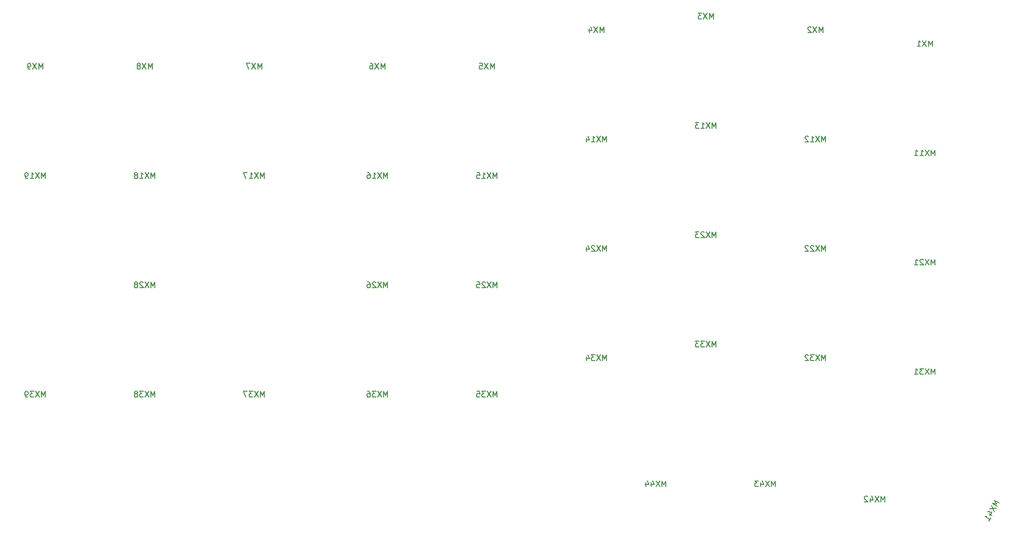
<source format=gbr>
%TF.GenerationSoftware,KiCad,Pcbnew,(5.1.9-0-10_14)*%
%TF.CreationDate,2021-09-05T16:06:40-05:00*%
%TF.ProjectId,wren-nav,7772656e-2d6e-4617-962e-6b696361645f,rev?*%
%TF.SameCoordinates,Original*%
%TF.FileFunction,Legend,Bot*%
%TF.FilePolarity,Positive*%
%FSLAX46Y46*%
G04 Gerber Fmt 4.6, Leading zero omitted, Abs format (unit mm)*
G04 Created by KiCad (PCBNEW (5.1.9-0-10_14)) date 2021-09-05 16:06:40*
%MOMM*%
%LPD*%
G01*
G04 APERTURE LIST*
%ADD10C,0.150000*%
G04 APERTURE END LIST*
%TO.C,MX9*%
D10*
X67166964Y-28709880D02*
X67166964Y-27709880D01*
X66833630Y-28424166D01*
X66500297Y-27709880D01*
X66500297Y-28709880D01*
X66119345Y-27709880D02*
X65452678Y-28709880D01*
X65452678Y-27709880D02*
X66119345Y-28709880D01*
X65024107Y-28709880D02*
X64833630Y-28709880D01*
X64738392Y-28662261D01*
X64690773Y-28614642D01*
X64595535Y-28471785D01*
X64547916Y-28281309D01*
X64547916Y-27900357D01*
X64595535Y-27805119D01*
X64643154Y-27757500D01*
X64738392Y-27709880D01*
X64928869Y-27709880D01*
X65024107Y-27757500D01*
X65071726Y-27805119D01*
X65119345Y-27900357D01*
X65119345Y-28138452D01*
X65071726Y-28233690D01*
X65024107Y-28281309D01*
X64928869Y-28328928D01*
X64738392Y-28328928D01*
X64643154Y-28281309D01*
X64595535Y-28233690D01*
X64547916Y-28138452D01*
%TO.C,MX39*%
X67643154Y-85859880D02*
X67643154Y-84859880D01*
X67309821Y-85574166D01*
X66976488Y-84859880D01*
X66976488Y-85859880D01*
X66595535Y-84859880D02*
X65928869Y-85859880D01*
X65928869Y-84859880D02*
X66595535Y-85859880D01*
X65643154Y-84859880D02*
X65024107Y-84859880D01*
X65357440Y-85240833D01*
X65214583Y-85240833D01*
X65119345Y-85288452D01*
X65071726Y-85336071D01*
X65024107Y-85431309D01*
X65024107Y-85669404D01*
X65071726Y-85764642D01*
X65119345Y-85812261D01*
X65214583Y-85859880D01*
X65500297Y-85859880D01*
X65595535Y-85812261D01*
X65643154Y-85764642D01*
X64547916Y-85859880D02*
X64357440Y-85859880D01*
X64262202Y-85812261D01*
X64214583Y-85764642D01*
X64119345Y-85621785D01*
X64071726Y-85431309D01*
X64071726Y-85050357D01*
X64119345Y-84955119D01*
X64166964Y-84907500D01*
X64262202Y-84859880D01*
X64452678Y-84859880D01*
X64547916Y-84907500D01*
X64595535Y-84955119D01*
X64643154Y-85050357D01*
X64643154Y-85288452D01*
X64595535Y-85383690D01*
X64547916Y-85431309D01*
X64452678Y-85478928D01*
X64262202Y-85478928D01*
X64166964Y-85431309D01*
X64119345Y-85383690D01*
X64071726Y-85288452D01*
%TO.C,MX41*%
X233607685Y-104332586D02*
X232741660Y-103832586D01*
X233193583Y-104478404D01*
X232408327Y-104409936D01*
X233274352Y-104909936D01*
X232217850Y-104739850D02*
X232750542Y-105817201D01*
X231884517Y-105317201D02*
X233083876Y-105239850D01*
X231768430Y-106184936D02*
X232345781Y-106518269D01*
X231557563Y-105788263D02*
X232295201Y-105939209D01*
X231985677Y-106475320D01*
X231821971Y-107425534D02*
X232107685Y-106930662D01*
X231964828Y-107178098D02*
X231098803Y-106678098D01*
X231270140Y-106667048D01*
X231400237Y-106632188D01*
X231489096Y-106573519D01*
%TO.C,MX15*%
X146224404Y-47759880D02*
X146224404Y-46759880D01*
X145891071Y-47474166D01*
X145557738Y-46759880D01*
X145557738Y-47759880D01*
X145176785Y-46759880D02*
X144510119Y-47759880D01*
X144510119Y-46759880D02*
X145176785Y-47759880D01*
X143605357Y-47759880D02*
X144176785Y-47759880D01*
X143891071Y-47759880D02*
X143891071Y-46759880D01*
X143986309Y-46902738D01*
X144081547Y-46997976D01*
X144176785Y-47045595D01*
X142700595Y-46759880D02*
X143176785Y-46759880D01*
X143224404Y-47236071D01*
X143176785Y-47188452D01*
X143081547Y-47140833D01*
X142843452Y-47140833D01*
X142748214Y-47188452D01*
X142700595Y-47236071D01*
X142652976Y-47331309D01*
X142652976Y-47569404D01*
X142700595Y-47664642D01*
X142748214Y-47712261D01*
X142843452Y-47759880D01*
X143081547Y-47759880D01*
X143176785Y-47712261D01*
X143224404Y-47664642D01*
%TO.C,MX44*%
X175586904Y-101449130D02*
X175586904Y-100449130D01*
X175253571Y-101163416D01*
X174920238Y-100449130D01*
X174920238Y-101449130D01*
X174539285Y-100449130D02*
X173872619Y-101449130D01*
X173872619Y-100449130D02*
X174539285Y-101449130D01*
X173063095Y-100782464D02*
X173063095Y-101449130D01*
X173301190Y-100401511D02*
X173539285Y-101115797D01*
X172920238Y-101115797D01*
X172110714Y-100782464D02*
X172110714Y-101449130D01*
X172348809Y-100401511D02*
X172586904Y-101115797D01*
X171967857Y-101115797D01*
%TO.C,MX43*%
X194636904Y-101449130D02*
X194636904Y-100449130D01*
X194303571Y-101163416D01*
X193970238Y-100449130D01*
X193970238Y-101449130D01*
X193589285Y-100449130D02*
X192922619Y-101449130D01*
X192922619Y-100449130D02*
X193589285Y-101449130D01*
X192113095Y-100782464D02*
X192113095Y-101449130D01*
X192351190Y-100401511D02*
X192589285Y-101115797D01*
X191970238Y-101115797D01*
X191684523Y-100449130D02*
X191065476Y-100449130D01*
X191398809Y-100830083D01*
X191255952Y-100830083D01*
X191160714Y-100877702D01*
X191113095Y-100925321D01*
X191065476Y-101020559D01*
X191065476Y-101258654D01*
X191113095Y-101353892D01*
X191160714Y-101401511D01*
X191255952Y-101449130D01*
X191541666Y-101449130D01*
X191636904Y-101401511D01*
X191684523Y-101353892D01*
%TO.C,MX42*%
X213686904Y-104116130D02*
X213686904Y-103116130D01*
X213353571Y-103830416D01*
X213020238Y-103116130D01*
X213020238Y-104116130D01*
X212639285Y-103116130D02*
X211972619Y-104116130D01*
X211972619Y-103116130D02*
X212639285Y-104116130D01*
X211163095Y-103449464D02*
X211163095Y-104116130D01*
X211401190Y-103068511D02*
X211639285Y-103782797D01*
X211020238Y-103782797D01*
X210686904Y-103211369D02*
X210639285Y-103163750D01*
X210544047Y-103116130D01*
X210305952Y-103116130D01*
X210210714Y-103163750D01*
X210163095Y-103211369D01*
X210115476Y-103306607D01*
X210115476Y-103401845D01*
X210163095Y-103544702D01*
X210734523Y-104116130D01*
X210115476Y-104116130D01*
%TO.C,MX38*%
X86693154Y-85859880D02*
X86693154Y-84859880D01*
X86359821Y-85574166D01*
X86026488Y-84859880D01*
X86026488Y-85859880D01*
X85645535Y-84859880D02*
X84978869Y-85859880D01*
X84978869Y-84859880D02*
X85645535Y-85859880D01*
X84693154Y-84859880D02*
X84074107Y-84859880D01*
X84407440Y-85240833D01*
X84264583Y-85240833D01*
X84169345Y-85288452D01*
X84121726Y-85336071D01*
X84074107Y-85431309D01*
X84074107Y-85669404D01*
X84121726Y-85764642D01*
X84169345Y-85812261D01*
X84264583Y-85859880D01*
X84550297Y-85859880D01*
X84645535Y-85812261D01*
X84693154Y-85764642D01*
X83502678Y-85288452D02*
X83597916Y-85240833D01*
X83645535Y-85193214D01*
X83693154Y-85097976D01*
X83693154Y-85050357D01*
X83645535Y-84955119D01*
X83597916Y-84907500D01*
X83502678Y-84859880D01*
X83312202Y-84859880D01*
X83216964Y-84907500D01*
X83169345Y-84955119D01*
X83121726Y-85050357D01*
X83121726Y-85097976D01*
X83169345Y-85193214D01*
X83216964Y-85240833D01*
X83312202Y-85288452D01*
X83502678Y-85288452D01*
X83597916Y-85336071D01*
X83645535Y-85383690D01*
X83693154Y-85478928D01*
X83693154Y-85669404D01*
X83645535Y-85764642D01*
X83597916Y-85812261D01*
X83502678Y-85859880D01*
X83312202Y-85859880D01*
X83216964Y-85812261D01*
X83169345Y-85764642D01*
X83121726Y-85669404D01*
X83121726Y-85478928D01*
X83169345Y-85383690D01*
X83216964Y-85336071D01*
X83312202Y-85288452D01*
%TO.C,MX37*%
X105743154Y-85859880D02*
X105743154Y-84859880D01*
X105409821Y-85574166D01*
X105076488Y-84859880D01*
X105076488Y-85859880D01*
X104695535Y-84859880D02*
X104028869Y-85859880D01*
X104028869Y-84859880D02*
X104695535Y-85859880D01*
X103743154Y-84859880D02*
X103124107Y-84859880D01*
X103457440Y-85240833D01*
X103314583Y-85240833D01*
X103219345Y-85288452D01*
X103171726Y-85336071D01*
X103124107Y-85431309D01*
X103124107Y-85669404D01*
X103171726Y-85764642D01*
X103219345Y-85812261D01*
X103314583Y-85859880D01*
X103600297Y-85859880D01*
X103695535Y-85812261D01*
X103743154Y-85764642D01*
X102790773Y-84859880D02*
X102124107Y-84859880D01*
X102552678Y-85859880D01*
%TO.C,MX36*%
X127174404Y-85859880D02*
X127174404Y-84859880D01*
X126841071Y-85574166D01*
X126507738Y-84859880D01*
X126507738Y-85859880D01*
X126126785Y-84859880D02*
X125460119Y-85859880D01*
X125460119Y-84859880D02*
X126126785Y-85859880D01*
X125174404Y-84859880D02*
X124555357Y-84859880D01*
X124888690Y-85240833D01*
X124745833Y-85240833D01*
X124650595Y-85288452D01*
X124602976Y-85336071D01*
X124555357Y-85431309D01*
X124555357Y-85669404D01*
X124602976Y-85764642D01*
X124650595Y-85812261D01*
X124745833Y-85859880D01*
X125031547Y-85859880D01*
X125126785Y-85812261D01*
X125174404Y-85764642D01*
X123698214Y-84859880D02*
X123888690Y-84859880D01*
X123983928Y-84907500D01*
X124031547Y-84955119D01*
X124126785Y-85097976D01*
X124174404Y-85288452D01*
X124174404Y-85669404D01*
X124126785Y-85764642D01*
X124079166Y-85812261D01*
X123983928Y-85859880D01*
X123793452Y-85859880D01*
X123698214Y-85812261D01*
X123650595Y-85764642D01*
X123602976Y-85669404D01*
X123602976Y-85431309D01*
X123650595Y-85336071D01*
X123698214Y-85288452D01*
X123793452Y-85240833D01*
X123983928Y-85240833D01*
X124079166Y-85288452D01*
X124126785Y-85336071D01*
X124174404Y-85431309D01*
%TO.C,MX35*%
X146224404Y-85859880D02*
X146224404Y-84859880D01*
X145891071Y-85574166D01*
X145557738Y-84859880D01*
X145557738Y-85859880D01*
X145176785Y-84859880D02*
X144510119Y-85859880D01*
X144510119Y-84859880D02*
X145176785Y-85859880D01*
X144224404Y-84859880D02*
X143605357Y-84859880D01*
X143938690Y-85240833D01*
X143795833Y-85240833D01*
X143700595Y-85288452D01*
X143652976Y-85336071D01*
X143605357Y-85431309D01*
X143605357Y-85669404D01*
X143652976Y-85764642D01*
X143700595Y-85812261D01*
X143795833Y-85859880D01*
X144081547Y-85859880D01*
X144176785Y-85812261D01*
X144224404Y-85764642D01*
X142700595Y-84859880D02*
X143176785Y-84859880D01*
X143224404Y-85336071D01*
X143176785Y-85288452D01*
X143081547Y-85240833D01*
X142843452Y-85240833D01*
X142748214Y-85288452D01*
X142700595Y-85336071D01*
X142652976Y-85431309D01*
X142652976Y-85669404D01*
X142700595Y-85764642D01*
X142748214Y-85812261D01*
X142843452Y-85859880D01*
X143081547Y-85859880D01*
X143176785Y-85812261D01*
X143224404Y-85764642D01*
%TO.C,MX34*%
X165274404Y-79509880D02*
X165274404Y-78509880D01*
X164941071Y-79224166D01*
X164607738Y-78509880D01*
X164607738Y-79509880D01*
X164226785Y-78509880D02*
X163560119Y-79509880D01*
X163560119Y-78509880D02*
X164226785Y-79509880D01*
X163274404Y-78509880D02*
X162655357Y-78509880D01*
X162988690Y-78890833D01*
X162845833Y-78890833D01*
X162750595Y-78938452D01*
X162702976Y-78986071D01*
X162655357Y-79081309D01*
X162655357Y-79319404D01*
X162702976Y-79414642D01*
X162750595Y-79462261D01*
X162845833Y-79509880D01*
X163131547Y-79509880D01*
X163226785Y-79462261D01*
X163274404Y-79414642D01*
X161798214Y-78843214D02*
X161798214Y-79509880D01*
X162036309Y-78462261D02*
X162274404Y-79176547D01*
X161655357Y-79176547D01*
%TO.C,MX33*%
X184324404Y-77128630D02*
X184324404Y-76128630D01*
X183991071Y-76842916D01*
X183657738Y-76128630D01*
X183657738Y-77128630D01*
X183276785Y-76128630D02*
X182610119Y-77128630D01*
X182610119Y-76128630D02*
X183276785Y-77128630D01*
X182324404Y-76128630D02*
X181705357Y-76128630D01*
X182038690Y-76509583D01*
X181895833Y-76509583D01*
X181800595Y-76557202D01*
X181752976Y-76604821D01*
X181705357Y-76700059D01*
X181705357Y-76938154D01*
X181752976Y-77033392D01*
X181800595Y-77081011D01*
X181895833Y-77128630D01*
X182181547Y-77128630D01*
X182276785Y-77081011D01*
X182324404Y-77033392D01*
X181372023Y-76128630D02*
X180752976Y-76128630D01*
X181086309Y-76509583D01*
X180943452Y-76509583D01*
X180848214Y-76557202D01*
X180800595Y-76604821D01*
X180752976Y-76700059D01*
X180752976Y-76938154D01*
X180800595Y-77033392D01*
X180848214Y-77081011D01*
X180943452Y-77128630D01*
X181229166Y-77128630D01*
X181324404Y-77081011D01*
X181372023Y-77033392D01*
%TO.C,MX32*%
X203374404Y-79509880D02*
X203374404Y-78509880D01*
X203041071Y-79224166D01*
X202707738Y-78509880D01*
X202707738Y-79509880D01*
X202326785Y-78509880D02*
X201660119Y-79509880D01*
X201660119Y-78509880D02*
X202326785Y-79509880D01*
X201374404Y-78509880D02*
X200755357Y-78509880D01*
X201088690Y-78890833D01*
X200945833Y-78890833D01*
X200850595Y-78938452D01*
X200802976Y-78986071D01*
X200755357Y-79081309D01*
X200755357Y-79319404D01*
X200802976Y-79414642D01*
X200850595Y-79462261D01*
X200945833Y-79509880D01*
X201231547Y-79509880D01*
X201326785Y-79462261D01*
X201374404Y-79414642D01*
X200374404Y-78605119D02*
X200326785Y-78557500D01*
X200231547Y-78509880D01*
X199993452Y-78509880D01*
X199898214Y-78557500D01*
X199850595Y-78605119D01*
X199802976Y-78700357D01*
X199802976Y-78795595D01*
X199850595Y-78938452D01*
X200422023Y-79509880D01*
X199802976Y-79509880D01*
%TO.C,MX31*%
X222424404Y-81891130D02*
X222424404Y-80891130D01*
X222091071Y-81605416D01*
X221757738Y-80891130D01*
X221757738Y-81891130D01*
X221376785Y-80891130D02*
X220710119Y-81891130D01*
X220710119Y-80891130D02*
X221376785Y-81891130D01*
X220424404Y-80891130D02*
X219805357Y-80891130D01*
X220138690Y-81272083D01*
X219995833Y-81272083D01*
X219900595Y-81319702D01*
X219852976Y-81367321D01*
X219805357Y-81462559D01*
X219805357Y-81700654D01*
X219852976Y-81795892D01*
X219900595Y-81843511D01*
X219995833Y-81891130D01*
X220281547Y-81891130D01*
X220376785Y-81843511D01*
X220424404Y-81795892D01*
X218852976Y-81891130D02*
X219424404Y-81891130D01*
X219138690Y-81891130D02*
X219138690Y-80891130D01*
X219233928Y-81033988D01*
X219329166Y-81129226D01*
X219424404Y-81176845D01*
%TO.C,MX28*%
X86693154Y-66809880D02*
X86693154Y-65809880D01*
X86359821Y-66524166D01*
X86026488Y-65809880D01*
X86026488Y-66809880D01*
X85645535Y-65809880D02*
X84978869Y-66809880D01*
X84978869Y-65809880D02*
X85645535Y-66809880D01*
X84645535Y-65905119D02*
X84597916Y-65857500D01*
X84502678Y-65809880D01*
X84264583Y-65809880D01*
X84169345Y-65857500D01*
X84121726Y-65905119D01*
X84074107Y-66000357D01*
X84074107Y-66095595D01*
X84121726Y-66238452D01*
X84693154Y-66809880D01*
X84074107Y-66809880D01*
X83502678Y-66238452D02*
X83597916Y-66190833D01*
X83645535Y-66143214D01*
X83693154Y-66047976D01*
X83693154Y-66000357D01*
X83645535Y-65905119D01*
X83597916Y-65857500D01*
X83502678Y-65809880D01*
X83312202Y-65809880D01*
X83216964Y-65857500D01*
X83169345Y-65905119D01*
X83121726Y-66000357D01*
X83121726Y-66047976D01*
X83169345Y-66143214D01*
X83216964Y-66190833D01*
X83312202Y-66238452D01*
X83502678Y-66238452D01*
X83597916Y-66286071D01*
X83645535Y-66333690D01*
X83693154Y-66428928D01*
X83693154Y-66619404D01*
X83645535Y-66714642D01*
X83597916Y-66762261D01*
X83502678Y-66809880D01*
X83312202Y-66809880D01*
X83216964Y-66762261D01*
X83169345Y-66714642D01*
X83121726Y-66619404D01*
X83121726Y-66428928D01*
X83169345Y-66333690D01*
X83216964Y-66286071D01*
X83312202Y-66238452D01*
%TO.C,MX26*%
X127174404Y-66809880D02*
X127174404Y-65809880D01*
X126841071Y-66524166D01*
X126507738Y-65809880D01*
X126507738Y-66809880D01*
X126126785Y-65809880D02*
X125460119Y-66809880D01*
X125460119Y-65809880D02*
X126126785Y-66809880D01*
X125126785Y-65905119D02*
X125079166Y-65857500D01*
X124983928Y-65809880D01*
X124745833Y-65809880D01*
X124650595Y-65857500D01*
X124602976Y-65905119D01*
X124555357Y-66000357D01*
X124555357Y-66095595D01*
X124602976Y-66238452D01*
X125174404Y-66809880D01*
X124555357Y-66809880D01*
X123698214Y-65809880D02*
X123888690Y-65809880D01*
X123983928Y-65857500D01*
X124031547Y-65905119D01*
X124126785Y-66047976D01*
X124174404Y-66238452D01*
X124174404Y-66619404D01*
X124126785Y-66714642D01*
X124079166Y-66762261D01*
X123983928Y-66809880D01*
X123793452Y-66809880D01*
X123698214Y-66762261D01*
X123650595Y-66714642D01*
X123602976Y-66619404D01*
X123602976Y-66381309D01*
X123650595Y-66286071D01*
X123698214Y-66238452D01*
X123793452Y-66190833D01*
X123983928Y-66190833D01*
X124079166Y-66238452D01*
X124126785Y-66286071D01*
X124174404Y-66381309D01*
%TO.C,MX25*%
X146224404Y-66809880D02*
X146224404Y-65809880D01*
X145891071Y-66524166D01*
X145557738Y-65809880D01*
X145557738Y-66809880D01*
X145176785Y-65809880D02*
X144510119Y-66809880D01*
X144510119Y-65809880D02*
X145176785Y-66809880D01*
X144176785Y-65905119D02*
X144129166Y-65857500D01*
X144033928Y-65809880D01*
X143795833Y-65809880D01*
X143700595Y-65857500D01*
X143652976Y-65905119D01*
X143605357Y-66000357D01*
X143605357Y-66095595D01*
X143652976Y-66238452D01*
X144224404Y-66809880D01*
X143605357Y-66809880D01*
X142700595Y-65809880D02*
X143176785Y-65809880D01*
X143224404Y-66286071D01*
X143176785Y-66238452D01*
X143081547Y-66190833D01*
X142843452Y-66190833D01*
X142748214Y-66238452D01*
X142700595Y-66286071D01*
X142652976Y-66381309D01*
X142652976Y-66619404D01*
X142700595Y-66714642D01*
X142748214Y-66762261D01*
X142843452Y-66809880D01*
X143081547Y-66809880D01*
X143176785Y-66762261D01*
X143224404Y-66714642D01*
%TO.C,MX24*%
X165274404Y-60459880D02*
X165274404Y-59459880D01*
X164941071Y-60174166D01*
X164607738Y-59459880D01*
X164607738Y-60459880D01*
X164226785Y-59459880D02*
X163560119Y-60459880D01*
X163560119Y-59459880D02*
X164226785Y-60459880D01*
X163226785Y-59555119D02*
X163179166Y-59507500D01*
X163083928Y-59459880D01*
X162845833Y-59459880D01*
X162750595Y-59507500D01*
X162702976Y-59555119D01*
X162655357Y-59650357D01*
X162655357Y-59745595D01*
X162702976Y-59888452D01*
X163274404Y-60459880D01*
X162655357Y-60459880D01*
X161798214Y-59793214D02*
X161798214Y-60459880D01*
X162036309Y-59412261D02*
X162274404Y-60126547D01*
X161655357Y-60126547D01*
%TO.C,MX23*%
X184324404Y-58078630D02*
X184324404Y-57078630D01*
X183991071Y-57792916D01*
X183657738Y-57078630D01*
X183657738Y-58078630D01*
X183276785Y-57078630D02*
X182610119Y-58078630D01*
X182610119Y-57078630D02*
X183276785Y-58078630D01*
X182276785Y-57173869D02*
X182229166Y-57126250D01*
X182133928Y-57078630D01*
X181895833Y-57078630D01*
X181800595Y-57126250D01*
X181752976Y-57173869D01*
X181705357Y-57269107D01*
X181705357Y-57364345D01*
X181752976Y-57507202D01*
X182324404Y-58078630D01*
X181705357Y-58078630D01*
X181372023Y-57078630D02*
X180752976Y-57078630D01*
X181086309Y-57459583D01*
X180943452Y-57459583D01*
X180848214Y-57507202D01*
X180800595Y-57554821D01*
X180752976Y-57650059D01*
X180752976Y-57888154D01*
X180800595Y-57983392D01*
X180848214Y-58031011D01*
X180943452Y-58078630D01*
X181229166Y-58078630D01*
X181324404Y-58031011D01*
X181372023Y-57983392D01*
%TO.C,MX22*%
X203374404Y-60459880D02*
X203374404Y-59459880D01*
X203041071Y-60174166D01*
X202707738Y-59459880D01*
X202707738Y-60459880D01*
X202326785Y-59459880D02*
X201660119Y-60459880D01*
X201660119Y-59459880D02*
X202326785Y-60459880D01*
X201326785Y-59555119D02*
X201279166Y-59507500D01*
X201183928Y-59459880D01*
X200945833Y-59459880D01*
X200850595Y-59507500D01*
X200802976Y-59555119D01*
X200755357Y-59650357D01*
X200755357Y-59745595D01*
X200802976Y-59888452D01*
X201374404Y-60459880D01*
X200755357Y-60459880D01*
X200374404Y-59555119D02*
X200326785Y-59507500D01*
X200231547Y-59459880D01*
X199993452Y-59459880D01*
X199898214Y-59507500D01*
X199850595Y-59555119D01*
X199802976Y-59650357D01*
X199802976Y-59745595D01*
X199850595Y-59888452D01*
X200422023Y-60459880D01*
X199802976Y-60459880D01*
%TO.C,MX21*%
X222424404Y-62841130D02*
X222424404Y-61841130D01*
X222091071Y-62555416D01*
X221757738Y-61841130D01*
X221757738Y-62841130D01*
X221376785Y-61841130D02*
X220710119Y-62841130D01*
X220710119Y-61841130D02*
X221376785Y-62841130D01*
X220376785Y-61936369D02*
X220329166Y-61888750D01*
X220233928Y-61841130D01*
X219995833Y-61841130D01*
X219900595Y-61888750D01*
X219852976Y-61936369D01*
X219805357Y-62031607D01*
X219805357Y-62126845D01*
X219852976Y-62269702D01*
X220424404Y-62841130D01*
X219805357Y-62841130D01*
X218852976Y-62841130D02*
X219424404Y-62841130D01*
X219138690Y-62841130D02*
X219138690Y-61841130D01*
X219233928Y-61983988D01*
X219329166Y-62079226D01*
X219424404Y-62126845D01*
%TO.C,MX19*%
X67643154Y-47759880D02*
X67643154Y-46759880D01*
X67309821Y-47474166D01*
X66976488Y-46759880D01*
X66976488Y-47759880D01*
X66595535Y-46759880D02*
X65928869Y-47759880D01*
X65928869Y-46759880D02*
X66595535Y-47759880D01*
X65024107Y-47759880D02*
X65595535Y-47759880D01*
X65309821Y-47759880D02*
X65309821Y-46759880D01*
X65405059Y-46902738D01*
X65500297Y-46997976D01*
X65595535Y-47045595D01*
X64547916Y-47759880D02*
X64357440Y-47759880D01*
X64262202Y-47712261D01*
X64214583Y-47664642D01*
X64119345Y-47521785D01*
X64071726Y-47331309D01*
X64071726Y-46950357D01*
X64119345Y-46855119D01*
X64166964Y-46807500D01*
X64262202Y-46759880D01*
X64452678Y-46759880D01*
X64547916Y-46807500D01*
X64595535Y-46855119D01*
X64643154Y-46950357D01*
X64643154Y-47188452D01*
X64595535Y-47283690D01*
X64547916Y-47331309D01*
X64452678Y-47378928D01*
X64262202Y-47378928D01*
X64166964Y-47331309D01*
X64119345Y-47283690D01*
X64071726Y-47188452D01*
%TO.C,MX18*%
X86693154Y-47759880D02*
X86693154Y-46759880D01*
X86359821Y-47474166D01*
X86026488Y-46759880D01*
X86026488Y-47759880D01*
X85645535Y-46759880D02*
X84978869Y-47759880D01*
X84978869Y-46759880D02*
X85645535Y-47759880D01*
X84074107Y-47759880D02*
X84645535Y-47759880D01*
X84359821Y-47759880D02*
X84359821Y-46759880D01*
X84455059Y-46902738D01*
X84550297Y-46997976D01*
X84645535Y-47045595D01*
X83502678Y-47188452D02*
X83597916Y-47140833D01*
X83645535Y-47093214D01*
X83693154Y-46997976D01*
X83693154Y-46950357D01*
X83645535Y-46855119D01*
X83597916Y-46807500D01*
X83502678Y-46759880D01*
X83312202Y-46759880D01*
X83216964Y-46807500D01*
X83169345Y-46855119D01*
X83121726Y-46950357D01*
X83121726Y-46997976D01*
X83169345Y-47093214D01*
X83216964Y-47140833D01*
X83312202Y-47188452D01*
X83502678Y-47188452D01*
X83597916Y-47236071D01*
X83645535Y-47283690D01*
X83693154Y-47378928D01*
X83693154Y-47569404D01*
X83645535Y-47664642D01*
X83597916Y-47712261D01*
X83502678Y-47759880D01*
X83312202Y-47759880D01*
X83216964Y-47712261D01*
X83169345Y-47664642D01*
X83121726Y-47569404D01*
X83121726Y-47378928D01*
X83169345Y-47283690D01*
X83216964Y-47236071D01*
X83312202Y-47188452D01*
%TO.C,MX17*%
X105743154Y-47759880D02*
X105743154Y-46759880D01*
X105409821Y-47474166D01*
X105076488Y-46759880D01*
X105076488Y-47759880D01*
X104695535Y-46759880D02*
X104028869Y-47759880D01*
X104028869Y-46759880D02*
X104695535Y-47759880D01*
X103124107Y-47759880D02*
X103695535Y-47759880D01*
X103409821Y-47759880D02*
X103409821Y-46759880D01*
X103505059Y-46902738D01*
X103600297Y-46997976D01*
X103695535Y-47045595D01*
X102790773Y-46759880D02*
X102124107Y-46759880D01*
X102552678Y-47759880D01*
%TO.C,MX16*%
X127174404Y-47759880D02*
X127174404Y-46759880D01*
X126841071Y-47474166D01*
X126507738Y-46759880D01*
X126507738Y-47759880D01*
X126126785Y-46759880D02*
X125460119Y-47759880D01*
X125460119Y-46759880D02*
X126126785Y-47759880D01*
X124555357Y-47759880D02*
X125126785Y-47759880D01*
X124841071Y-47759880D02*
X124841071Y-46759880D01*
X124936309Y-46902738D01*
X125031547Y-46997976D01*
X125126785Y-47045595D01*
X123698214Y-46759880D02*
X123888690Y-46759880D01*
X123983928Y-46807500D01*
X124031547Y-46855119D01*
X124126785Y-46997976D01*
X124174404Y-47188452D01*
X124174404Y-47569404D01*
X124126785Y-47664642D01*
X124079166Y-47712261D01*
X123983928Y-47759880D01*
X123793452Y-47759880D01*
X123698214Y-47712261D01*
X123650595Y-47664642D01*
X123602976Y-47569404D01*
X123602976Y-47331309D01*
X123650595Y-47236071D01*
X123698214Y-47188452D01*
X123793452Y-47140833D01*
X123983928Y-47140833D01*
X124079166Y-47188452D01*
X124126785Y-47236071D01*
X124174404Y-47331309D01*
%TO.C,MX14*%
X165274404Y-41409880D02*
X165274404Y-40409880D01*
X164941071Y-41124166D01*
X164607738Y-40409880D01*
X164607738Y-41409880D01*
X164226785Y-40409880D02*
X163560119Y-41409880D01*
X163560119Y-40409880D02*
X164226785Y-41409880D01*
X162655357Y-41409880D02*
X163226785Y-41409880D01*
X162941071Y-41409880D02*
X162941071Y-40409880D01*
X163036309Y-40552738D01*
X163131547Y-40647976D01*
X163226785Y-40695595D01*
X161798214Y-40743214D02*
X161798214Y-41409880D01*
X162036309Y-40362261D02*
X162274404Y-41076547D01*
X161655357Y-41076547D01*
%TO.C,MX13*%
X184324404Y-39028630D02*
X184324404Y-38028630D01*
X183991071Y-38742916D01*
X183657738Y-38028630D01*
X183657738Y-39028630D01*
X183276785Y-38028630D02*
X182610119Y-39028630D01*
X182610119Y-38028630D02*
X183276785Y-39028630D01*
X181705357Y-39028630D02*
X182276785Y-39028630D01*
X181991071Y-39028630D02*
X181991071Y-38028630D01*
X182086309Y-38171488D01*
X182181547Y-38266726D01*
X182276785Y-38314345D01*
X181372023Y-38028630D02*
X180752976Y-38028630D01*
X181086309Y-38409583D01*
X180943452Y-38409583D01*
X180848214Y-38457202D01*
X180800595Y-38504821D01*
X180752976Y-38600059D01*
X180752976Y-38838154D01*
X180800595Y-38933392D01*
X180848214Y-38981011D01*
X180943452Y-39028630D01*
X181229166Y-39028630D01*
X181324404Y-38981011D01*
X181372023Y-38933392D01*
%TO.C,MX12*%
X203374404Y-41409880D02*
X203374404Y-40409880D01*
X203041071Y-41124166D01*
X202707738Y-40409880D01*
X202707738Y-41409880D01*
X202326785Y-40409880D02*
X201660119Y-41409880D01*
X201660119Y-40409880D02*
X202326785Y-41409880D01*
X200755357Y-41409880D02*
X201326785Y-41409880D01*
X201041071Y-41409880D02*
X201041071Y-40409880D01*
X201136309Y-40552738D01*
X201231547Y-40647976D01*
X201326785Y-40695595D01*
X200374404Y-40505119D02*
X200326785Y-40457500D01*
X200231547Y-40409880D01*
X199993452Y-40409880D01*
X199898214Y-40457500D01*
X199850595Y-40505119D01*
X199802976Y-40600357D01*
X199802976Y-40695595D01*
X199850595Y-40838452D01*
X200422023Y-41409880D01*
X199802976Y-41409880D01*
%TO.C,MX11*%
X222424404Y-43791130D02*
X222424404Y-42791130D01*
X222091071Y-43505416D01*
X221757738Y-42791130D01*
X221757738Y-43791130D01*
X221376785Y-42791130D02*
X220710119Y-43791130D01*
X220710119Y-42791130D02*
X221376785Y-43791130D01*
X219805357Y-43791130D02*
X220376785Y-43791130D01*
X220091071Y-43791130D02*
X220091071Y-42791130D01*
X220186309Y-42933988D01*
X220281547Y-43029226D01*
X220376785Y-43076845D01*
X218852976Y-43791130D02*
X219424404Y-43791130D01*
X219138690Y-43791130D02*
X219138690Y-42791130D01*
X219233928Y-42933988D01*
X219329166Y-43029226D01*
X219424404Y-43076845D01*
%TO.C,MX8*%
X86216964Y-28709880D02*
X86216964Y-27709880D01*
X85883630Y-28424166D01*
X85550297Y-27709880D01*
X85550297Y-28709880D01*
X85169345Y-27709880D02*
X84502678Y-28709880D01*
X84502678Y-27709880D02*
X85169345Y-28709880D01*
X83978869Y-28138452D02*
X84074107Y-28090833D01*
X84121726Y-28043214D01*
X84169345Y-27947976D01*
X84169345Y-27900357D01*
X84121726Y-27805119D01*
X84074107Y-27757500D01*
X83978869Y-27709880D01*
X83788392Y-27709880D01*
X83693154Y-27757500D01*
X83645535Y-27805119D01*
X83597916Y-27900357D01*
X83597916Y-27947976D01*
X83645535Y-28043214D01*
X83693154Y-28090833D01*
X83788392Y-28138452D01*
X83978869Y-28138452D01*
X84074107Y-28186071D01*
X84121726Y-28233690D01*
X84169345Y-28328928D01*
X84169345Y-28519404D01*
X84121726Y-28614642D01*
X84074107Y-28662261D01*
X83978869Y-28709880D01*
X83788392Y-28709880D01*
X83693154Y-28662261D01*
X83645535Y-28614642D01*
X83597916Y-28519404D01*
X83597916Y-28328928D01*
X83645535Y-28233690D01*
X83693154Y-28186071D01*
X83788392Y-28138452D01*
%TO.C,MX7*%
X105266964Y-28709880D02*
X105266964Y-27709880D01*
X104933630Y-28424166D01*
X104600297Y-27709880D01*
X104600297Y-28709880D01*
X104219345Y-27709880D02*
X103552678Y-28709880D01*
X103552678Y-27709880D02*
X104219345Y-28709880D01*
X103266964Y-27709880D02*
X102600297Y-27709880D01*
X103028869Y-28709880D01*
%TO.C,MX6*%
X126698214Y-28709880D02*
X126698214Y-27709880D01*
X126364880Y-28424166D01*
X126031547Y-27709880D01*
X126031547Y-28709880D01*
X125650595Y-27709880D02*
X124983928Y-28709880D01*
X124983928Y-27709880D02*
X125650595Y-28709880D01*
X124174404Y-27709880D02*
X124364880Y-27709880D01*
X124460119Y-27757500D01*
X124507738Y-27805119D01*
X124602976Y-27947976D01*
X124650595Y-28138452D01*
X124650595Y-28519404D01*
X124602976Y-28614642D01*
X124555357Y-28662261D01*
X124460119Y-28709880D01*
X124269642Y-28709880D01*
X124174404Y-28662261D01*
X124126785Y-28614642D01*
X124079166Y-28519404D01*
X124079166Y-28281309D01*
X124126785Y-28186071D01*
X124174404Y-28138452D01*
X124269642Y-28090833D01*
X124460119Y-28090833D01*
X124555357Y-28138452D01*
X124602976Y-28186071D01*
X124650595Y-28281309D01*
%TO.C,MX5*%
X145748214Y-28709880D02*
X145748214Y-27709880D01*
X145414880Y-28424166D01*
X145081547Y-27709880D01*
X145081547Y-28709880D01*
X144700595Y-27709880D02*
X144033928Y-28709880D01*
X144033928Y-27709880D02*
X144700595Y-28709880D01*
X143176785Y-27709880D02*
X143652976Y-27709880D01*
X143700595Y-28186071D01*
X143652976Y-28138452D01*
X143557738Y-28090833D01*
X143319642Y-28090833D01*
X143224404Y-28138452D01*
X143176785Y-28186071D01*
X143129166Y-28281309D01*
X143129166Y-28519404D01*
X143176785Y-28614642D01*
X143224404Y-28662261D01*
X143319642Y-28709880D01*
X143557738Y-28709880D01*
X143652976Y-28662261D01*
X143700595Y-28614642D01*
%TO.C,MX4*%
X164798214Y-22359880D02*
X164798214Y-21359880D01*
X164464880Y-22074166D01*
X164131547Y-21359880D01*
X164131547Y-22359880D01*
X163750595Y-21359880D02*
X163083928Y-22359880D01*
X163083928Y-21359880D02*
X163750595Y-22359880D01*
X162274404Y-21693214D02*
X162274404Y-22359880D01*
X162512500Y-21312261D02*
X162750595Y-22026547D01*
X162131547Y-22026547D01*
%TO.C,MX3*%
X183848214Y-19978630D02*
X183848214Y-18978630D01*
X183514880Y-19692916D01*
X183181547Y-18978630D01*
X183181547Y-19978630D01*
X182800595Y-18978630D02*
X182133928Y-19978630D01*
X182133928Y-18978630D02*
X182800595Y-19978630D01*
X181848214Y-18978630D02*
X181229166Y-18978630D01*
X181562500Y-19359583D01*
X181419642Y-19359583D01*
X181324404Y-19407202D01*
X181276785Y-19454821D01*
X181229166Y-19550059D01*
X181229166Y-19788154D01*
X181276785Y-19883392D01*
X181324404Y-19931011D01*
X181419642Y-19978630D01*
X181705357Y-19978630D01*
X181800595Y-19931011D01*
X181848214Y-19883392D01*
%TO.C,MX2*%
X202898214Y-22359880D02*
X202898214Y-21359880D01*
X202564880Y-22074166D01*
X202231547Y-21359880D01*
X202231547Y-22359880D01*
X201850595Y-21359880D02*
X201183928Y-22359880D01*
X201183928Y-21359880D02*
X201850595Y-22359880D01*
X200850595Y-21455119D02*
X200802976Y-21407500D01*
X200707738Y-21359880D01*
X200469642Y-21359880D01*
X200374404Y-21407500D01*
X200326785Y-21455119D01*
X200279166Y-21550357D01*
X200279166Y-21645595D01*
X200326785Y-21788452D01*
X200898214Y-22359880D01*
X200279166Y-22359880D01*
%TO.C,MX1*%
X221948214Y-24741130D02*
X221948214Y-23741130D01*
X221614880Y-24455416D01*
X221281547Y-23741130D01*
X221281547Y-24741130D01*
X220900595Y-23741130D02*
X220233928Y-24741130D01*
X220233928Y-23741130D02*
X220900595Y-24741130D01*
X219329166Y-24741130D02*
X219900595Y-24741130D01*
X219614880Y-24741130D02*
X219614880Y-23741130D01*
X219710119Y-23883988D01*
X219805357Y-23979226D01*
X219900595Y-24026845D01*
%TD*%
M02*

</source>
